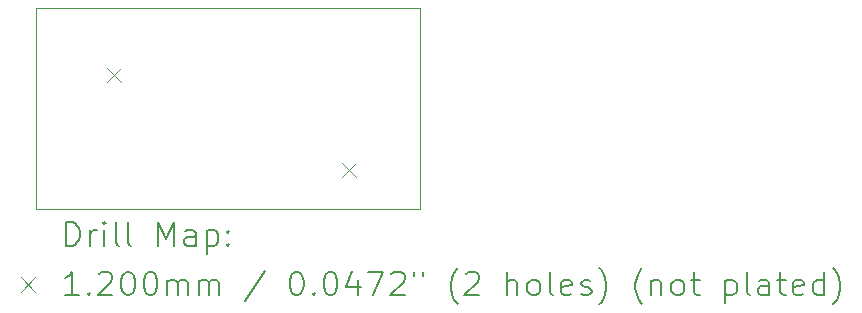
<source format=gbr>
%TF.GenerationSoftware,KiCad,Pcbnew,9.0.4*%
%TF.CreationDate,2025-12-18T17:29:58-05:00*%
%TF.ProjectId,TC_kent,54435f6b-656e-4742-9e6b-696361645f70,rev?*%
%TF.SameCoordinates,Original*%
%TF.FileFunction,Drillmap*%
%TF.FilePolarity,Positive*%
%FSLAX45Y45*%
G04 Gerber Fmt 4.5, Leading zero omitted, Abs format (unit mm)*
G04 Created by KiCad (PCBNEW 9.0.4) date 2025-12-18 17:29:58*
%MOMM*%
%LPD*%
G01*
G04 APERTURE LIST*
%ADD10C,0.050000*%
%ADD11C,0.200000*%
%ADD12C,0.120000*%
G04 APERTURE END LIST*
D10*
X11850000Y-7650000D02*
X15100000Y-7650000D01*
X15100000Y-9350000D01*
X11850000Y-9350000D01*
X11850000Y-7650000D01*
D11*
D12*
X12450000Y-8160000D02*
X12570000Y-8280000D01*
X12570000Y-8160000D02*
X12450000Y-8280000D01*
X14440000Y-8960000D02*
X14560000Y-9080000D01*
X14560000Y-8960000D02*
X14440000Y-9080000D01*
D11*
X12108277Y-9663984D02*
X12108277Y-9463984D01*
X12108277Y-9463984D02*
X12155896Y-9463984D01*
X12155896Y-9463984D02*
X12184467Y-9473508D01*
X12184467Y-9473508D02*
X12203515Y-9492555D01*
X12203515Y-9492555D02*
X12213039Y-9511603D01*
X12213039Y-9511603D02*
X12222562Y-9549698D01*
X12222562Y-9549698D02*
X12222562Y-9578270D01*
X12222562Y-9578270D02*
X12213039Y-9616365D01*
X12213039Y-9616365D02*
X12203515Y-9635412D01*
X12203515Y-9635412D02*
X12184467Y-9654460D01*
X12184467Y-9654460D02*
X12155896Y-9663984D01*
X12155896Y-9663984D02*
X12108277Y-9663984D01*
X12308277Y-9663984D02*
X12308277Y-9530650D01*
X12308277Y-9568746D02*
X12317801Y-9549698D01*
X12317801Y-9549698D02*
X12327324Y-9540174D01*
X12327324Y-9540174D02*
X12346372Y-9530650D01*
X12346372Y-9530650D02*
X12365420Y-9530650D01*
X12432086Y-9663984D02*
X12432086Y-9530650D01*
X12432086Y-9463984D02*
X12422562Y-9473508D01*
X12422562Y-9473508D02*
X12432086Y-9483031D01*
X12432086Y-9483031D02*
X12441610Y-9473508D01*
X12441610Y-9473508D02*
X12432086Y-9463984D01*
X12432086Y-9463984D02*
X12432086Y-9483031D01*
X12555896Y-9663984D02*
X12536848Y-9654460D01*
X12536848Y-9654460D02*
X12527324Y-9635412D01*
X12527324Y-9635412D02*
X12527324Y-9463984D01*
X12660658Y-9663984D02*
X12641610Y-9654460D01*
X12641610Y-9654460D02*
X12632086Y-9635412D01*
X12632086Y-9635412D02*
X12632086Y-9463984D01*
X12889229Y-9663984D02*
X12889229Y-9463984D01*
X12889229Y-9463984D02*
X12955896Y-9606841D01*
X12955896Y-9606841D02*
X13022562Y-9463984D01*
X13022562Y-9463984D02*
X13022562Y-9663984D01*
X13203515Y-9663984D02*
X13203515Y-9559222D01*
X13203515Y-9559222D02*
X13193991Y-9540174D01*
X13193991Y-9540174D02*
X13174943Y-9530650D01*
X13174943Y-9530650D02*
X13136848Y-9530650D01*
X13136848Y-9530650D02*
X13117801Y-9540174D01*
X13203515Y-9654460D02*
X13184467Y-9663984D01*
X13184467Y-9663984D02*
X13136848Y-9663984D01*
X13136848Y-9663984D02*
X13117801Y-9654460D01*
X13117801Y-9654460D02*
X13108277Y-9635412D01*
X13108277Y-9635412D02*
X13108277Y-9616365D01*
X13108277Y-9616365D02*
X13117801Y-9597317D01*
X13117801Y-9597317D02*
X13136848Y-9587793D01*
X13136848Y-9587793D02*
X13184467Y-9587793D01*
X13184467Y-9587793D02*
X13203515Y-9578270D01*
X13298753Y-9530650D02*
X13298753Y-9730650D01*
X13298753Y-9540174D02*
X13317801Y-9530650D01*
X13317801Y-9530650D02*
X13355896Y-9530650D01*
X13355896Y-9530650D02*
X13374943Y-9540174D01*
X13374943Y-9540174D02*
X13384467Y-9549698D01*
X13384467Y-9549698D02*
X13393991Y-9568746D01*
X13393991Y-9568746D02*
X13393991Y-9625889D01*
X13393991Y-9625889D02*
X13384467Y-9644936D01*
X13384467Y-9644936D02*
X13374943Y-9654460D01*
X13374943Y-9654460D02*
X13355896Y-9663984D01*
X13355896Y-9663984D02*
X13317801Y-9663984D01*
X13317801Y-9663984D02*
X13298753Y-9654460D01*
X13479705Y-9644936D02*
X13489229Y-9654460D01*
X13489229Y-9654460D02*
X13479705Y-9663984D01*
X13479705Y-9663984D02*
X13470182Y-9654460D01*
X13470182Y-9654460D02*
X13479705Y-9644936D01*
X13479705Y-9644936D02*
X13479705Y-9663984D01*
X13479705Y-9540174D02*
X13489229Y-9549698D01*
X13489229Y-9549698D02*
X13479705Y-9559222D01*
X13479705Y-9559222D02*
X13470182Y-9549698D01*
X13470182Y-9549698D02*
X13479705Y-9540174D01*
X13479705Y-9540174D02*
X13479705Y-9559222D01*
D12*
X11727500Y-9932500D02*
X11847500Y-10052500D01*
X11847500Y-9932500D02*
X11727500Y-10052500D01*
D11*
X12213039Y-10083984D02*
X12098753Y-10083984D01*
X12155896Y-10083984D02*
X12155896Y-9883984D01*
X12155896Y-9883984D02*
X12136848Y-9912555D01*
X12136848Y-9912555D02*
X12117801Y-9931603D01*
X12117801Y-9931603D02*
X12098753Y-9941127D01*
X12298753Y-10064936D02*
X12308277Y-10074460D01*
X12308277Y-10074460D02*
X12298753Y-10083984D01*
X12298753Y-10083984D02*
X12289229Y-10074460D01*
X12289229Y-10074460D02*
X12298753Y-10064936D01*
X12298753Y-10064936D02*
X12298753Y-10083984D01*
X12384467Y-9903031D02*
X12393991Y-9893508D01*
X12393991Y-9893508D02*
X12413039Y-9883984D01*
X12413039Y-9883984D02*
X12460658Y-9883984D01*
X12460658Y-9883984D02*
X12479705Y-9893508D01*
X12479705Y-9893508D02*
X12489229Y-9903031D01*
X12489229Y-9903031D02*
X12498753Y-9922079D01*
X12498753Y-9922079D02*
X12498753Y-9941127D01*
X12498753Y-9941127D02*
X12489229Y-9969698D01*
X12489229Y-9969698D02*
X12374943Y-10083984D01*
X12374943Y-10083984D02*
X12498753Y-10083984D01*
X12622562Y-9883984D02*
X12641610Y-9883984D01*
X12641610Y-9883984D02*
X12660658Y-9893508D01*
X12660658Y-9893508D02*
X12670182Y-9903031D01*
X12670182Y-9903031D02*
X12679705Y-9922079D01*
X12679705Y-9922079D02*
X12689229Y-9960174D01*
X12689229Y-9960174D02*
X12689229Y-10007793D01*
X12689229Y-10007793D02*
X12679705Y-10045889D01*
X12679705Y-10045889D02*
X12670182Y-10064936D01*
X12670182Y-10064936D02*
X12660658Y-10074460D01*
X12660658Y-10074460D02*
X12641610Y-10083984D01*
X12641610Y-10083984D02*
X12622562Y-10083984D01*
X12622562Y-10083984D02*
X12603515Y-10074460D01*
X12603515Y-10074460D02*
X12593991Y-10064936D01*
X12593991Y-10064936D02*
X12584467Y-10045889D01*
X12584467Y-10045889D02*
X12574943Y-10007793D01*
X12574943Y-10007793D02*
X12574943Y-9960174D01*
X12574943Y-9960174D02*
X12584467Y-9922079D01*
X12584467Y-9922079D02*
X12593991Y-9903031D01*
X12593991Y-9903031D02*
X12603515Y-9893508D01*
X12603515Y-9893508D02*
X12622562Y-9883984D01*
X12813039Y-9883984D02*
X12832086Y-9883984D01*
X12832086Y-9883984D02*
X12851134Y-9893508D01*
X12851134Y-9893508D02*
X12860658Y-9903031D01*
X12860658Y-9903031D02*
X12870182Y-9922079D01*
X12870182Y-9922079D02*
X12879705Y-9960174D01*
X12879705Y-9960174D02*
X12879705Y-10007793D01*
X12879705Y-10007793D02*
X12870182Y-10045889D01*
X12870182Y-10045889D02*
X12860658Y-10064936D01*
X12860658Y-10064936D02*
X12851134Y-10074460D01*
X12851134Y-10074460D02*
X12832086Y-10083984D01*
X12832086Y-10083984D02*
X12813039Y-10083984D01*
X12813039Y-10083984D02*
X12793991Y-10074460D01*
X12793991Y-10074460D02*
X12784467Y-10064936D01*
X12784467Y-10064936D02*
X12774943Y-10045889D01*
X12774943Y-10045889D02*
X12765420Y-10007793D01*
X12765420Y-10007793D02*
X12765420Y-9960174D01*
X12765420Y-9960174D02*
X12774943Y-9922079D01*
X12774943Y-9922079D02*
X12784467Y-9903031D01*
X12784467Y-9903031D02*
X12793991Y-9893508D01*
X12793991Y-9893508D02*
X12813039Y-9883984D01*
X12965420Y-10083984D02*
X12965420Y-9950650D01*
X12965420Y-9969698D02*
X12974943Y-9960174D01*
X12974943Y-9960174D02*
X12993991Y-9950650D01*
X12993991Y-9950650D02*
X13022563Y-9950650D01*
X13022563Y-9950650D02*
X13041610Y-9960174D01*
X13041610Y-9960174D02*
X13051134Y-9979222D01*
X13051134Y-9979222D02*
X13051134Y-10083984D01*
X13051134Y-9979222D02*
X13060658Y-9960174D01*
X13060658Y-9960174D02*
X13079705Y-9950650D01*
X13079705Y-9950650D02*
X13108277Y-9950650D01*
X13108277Y-9950650D02*
X13127324Y-9960174D01*
X13127324Y-9960174D02*
X13136848Y-9979222D01*
X13136848Y-9979222D02*
X13136848Y-10083984D01*
X13232086Y-10083984D02*
X13232086Y-9950650D01*
X13232086Y-9969698D02*
X13241610Y-9960174D01*
X13241610Y-9960174D02*
X13260658Y-9950650D01*
X13260658Y-9950650D02*
X13289229Y-9950650D01*
X13289229Y-9950650D02*
X13308277Y-9960174D01*
X13308277Y-9960174D02*
X13317801Y-9979222D01*
X13317801Y-9979222D02*
X13317801Y-10083984D01*
X13317801Y-9979222D02*
X13327324Y-9960174D01*
X13327324Y-9960174D02*
X13346372Y-9950650D01*
X13346372Y-9950650D02*
X13374943Y-9950650D01*
X13374943Y-9950650D02*
X13393991Y-9960174D01*
X13393991Y-9960174D02*
X13403515Y-9979222D01*
X13403515Y-9979222D02*
X13403515Y-10083984D01*
X13793991Y-9874460D02*
X13622563Y-10131603D01*
X14051134Y-9883984D02*
X14070182Y-9883984D01*
X14070182Y-9883984D02*
X14089229Y-9893508D01*
X14089229Y-9893508D02*
X14098753Y-9903031D01*
X14098753Y-9903031D02*
X14108277Y-9922079D01*
X14108277Y-9922079D02*
X14117801Y-9960174D01*
X14117801Y-9960174D02*
X14117801Y-10007793D01*
X14117801Y-10007793D02*
X14108277Y-10045889D01*
X14108277Y-10045889D02*
X14098753Y-10064936D01*
X14098753Y-10064936D02*
X14089229Y-10074460D01*
X14089229Y-10074460D02*
X14070182Y-10083984D01*
X14070182Y-10083984D02*
X14051134Y-10083984D01*
X14051134Y-10083984D02*
X14032086Y-10074460D01*
X14032086Y-10074460D02*
X14022563Y-10064936D01*
X14022563Y-10064936D02*
X14013039Y-10045889D01*
X14013039Y-10045889D02*
X14003515Y-10007793D01*
X14003515Y-10007793D02*
X14003515Y-9960174D01*
X14003515Y-9960174D02*
X14013039Y-9922079D01*
X14013039Y-9922079D02*
X14022563Y-9903031D01*
X14022563Y-9903031D02*
X14032086Y-9893508D01*
X14032086Y-9893508D02*
X14051134Y-9883984D01*
X14203515Y-10064936D02*
X14213039Y-10074460D01*
X14213039Y-10074460D02*
X14203515Y-10083984D01*
X14203515Y-10083984D02*
X14193991Y-10074460D01*
X14193991Y-10074460D02*
X14203515Y-10064936D01*
X14203515Y-10064936D02*
X14203515Y-10083984D01*
X14336848Y-9883984D02*
X14355896Y-9883984D01*
X14355896Y-9883984D02*
X14374944Y-9893508D01*
X14374944Y-9893508D02*
X14384467Y-9903031D01*
X14384467Y-9903031D02*
X14393991Y-9922079D01*
X14393991Y-9922079D02*
X14403515Y-9960174D01*
X14403515Y-9960174D02*
X14403515Y-10007793D01*
X14403515Y-10007793D02*
X14393991Y-10045889D01*
X14393991Y-10045889D02*
X14384467Y-10064936D01*
X14384467Y-10064936D02*
X14374944Y-10074460D01*
X14374944Y-10074460D02*
X14355896Y-10083984D01*
X14355896Y-10083984D02*
X14336848Y-10083984D01*
X14336848Y-10083984D02*
X14317801Y-10074460D01*
X14317801Y-10074460D02*
X14308277Y-10064936D01*
X14308277Y-10064936D02*
X14298753Y-10045889D01*
X14298753Y-10045889D02*
X14289229Y-10007793D01*
X14289229Y-10007793D02*
X14289229Y-9960174D01*
X14289229Y-9960174D02*
X14298753Y-9922079D01*
X14298753Y-9922079D02*
X14308277Y-9903031D01*
X14308277Y-9903031D02*
X14317801Y-9893508D01*
X14317801Y-9893508D02*
X14336848Y-9883984D01*
X14574944Y-9950650D02*
X14574944Y-10083984D01*
X14527325Y-9874460D02*
X14479706Y-10017317D01*
X14479706Y-10017317D02*
X14603515Y-10017317D01*
X14660658Y-9883984D02*
X14793991Y-9883984D01*
X14793991Y-9883984D02*
X14708277Y-10083984D01*
X14860658Y-9903031D02*
X14870182Y-9893508D01*
X14870182Y-9893508D02*
X14889229Y-9883984D01*
X14889229Y-9883984D02*
X14936848Y-9883984D01*
X14936848Y-9883984D02*
X14955896Y-9893508D01*
X14955896Y-9893508D02*
X14965420Y-9903031D01*
X14965420Y-9903031D02*
X14974944Y-9922079D01*
X14974944Y-9922079D02*
X14974944Y-9941127D01*
X14974944Y-9941127D02*
X14965420Y-9969698D01*
X14965420Y-9969698D02*
X14851134Y-10083984D01*
X14851134Y-10083984D02*
X14974944Y-10083984D01*
X15051134Y-9883984D02*
X15051134Y-9922079D01*
X15127325Y-9883984D02*
X15127325Y-9922079D01*
X15422563Y-10160174D02*
X15413039Y-10150650D01*
X15413039Y-10150650D02*
X15393991Y-10122079D01*
X15393991Y-10122079D02*
X15384468Y-10103031D01*
X15384468Y-10103031D02*
X15374944Y-10074460D01*
X15374944Y-10074460D02*
X15365420Y-10026841D01*
X15365420Y-10026841D02*
X15365420Y-9988746D01*
X15365420Y-9988746D02*
X15374944Y-9941127D01*
X15374944Y-9941127D02*
X15384468Y-9912555D01*
X15384468Y-9912555D02*
X15393991Y-9893508D01*
X15393991Y-9893508D02*
X15413039Y-9864936D01*
X15413039Y-9864936D02*
X15422563Y-9855412D01*
X15489229Y-9903031D02*
X15498753Y-9893508D01*
X15498753Y-9893508D02*
X15517801Y-9883984D01*
X15517801Y-9883984D02*
X15565420Y-9883984D01*
X15565420Y-9883984D02*
X15584468Y-9893508D01*
X15584468Y-9893508D02*
X15593991Y-9903031D01*
X15593991Y-9903031D02*
X15603515Y-9922079D01*
X15603515Y-9922079D02*
X15603515Y-9941127D01*
X15603515Y-9941127D02*
X15593991Y-9969698D01*
X15593991Y-9969698D02*
X15479706Y-10083984D01*
X15479706Y-10083984D02*
X15603515Y-10083984D01*
X15841610Y-10083984D02*
X15841610Y-9883984D01*
X15927325Y-10083984D02*
X15927325Y-9979222D01*
X15927325Y-9979222D02*
X15917801Y-9960174D01*
X15917801Y-9960174D02*
X15898753Y-9950650D01*
X15898753Y-9950650D02*
X15870182Y-9950650D01*
X15870182Y-9950650D02*
X15851134Y-9960174D01*
X15851134Y-9960174D02*
X15841610Y-9969698D01*
X16051134Y-10083984D02*
X16032087Y-10074460D01*
X16032087Y-10074460D02*
X16022563Y-10064936D01*
X16022563Y-10064936D02*
X16013039Y-10045889D01*
X16013039Y-10045889D02*
X16013039Y-9988746D01*
X16013039Y-9988746D02*
X16022563Y-9969698D01*
X16022563Y-9969698D02*
X16032087Y-9960174D01*
X16032087Y-9960174D02*
X16051134Y-9950650D01*
X16051134Y-9950650D02*
X16079706Y-9950650D01*
X16079706Y-9950650D02*
X16098753Y-9960174D01*
X16098753Y-9960174D02*
X16108277Y-9969698D01*
X16108277Y-9969698D02*
X16117801Y-9988746D01*
X16117801Y-9988746D02*
X16117801Y-10045889D01*
X16117801Y-10045889D02*
X16108277Y-10064936D01*
X16108277Y-10064936D02*
X16098753Y-10074460D01*
X16098753Y-10074460D02*
X16079706Y-10083984D01*
X16079706Y-10083984D02*
X16051134Y-10083984D01*
X16232087Y-10083984D02*
X16213039Y-10074460D01*
X16213039Y-10074460D02*
X16203515Y-10055412D01*
X16203515Y-10055412D02*
X16203515Y-9883984D01*
X16384468Y-10074460D02*
X16365420Y-10083984D01*
X16365420Y-10083984D02*
X16327325Y-10083984D01*
X16327325Y-10083984D02*
X16308277Y-10074460D01*
X16308277Y-10074460D02*
X16298753Y-10055412D01*
X16298753Y-10055412D02*
X16298753Y-9979222D01*
X16298753Y-9979222D02*
X16308277Y-9960174D01*
X16308277Y-9960174D02*
X16327325Y-9950650D01*
X16327325Y-9950650D02*
X16365420Y-9950650D01*
X16365420Y-9950650D02*
X16384468Y-9960174D01*
X16384468Y-9960174D02*
X16393991Y-9979222D01*
X16393991Y-9979222D02*
X16393991Y-9998270D01*
X16393991Y-9998270D02*
X16298753Y-10017317D01*
X16470182Y-10074460D02*
X16489230Y-10083984D01*
X16489230Y-10083984D02*
X16527325Y-10083984D01*
X16527325Y-10083984D02*
X16546372Y-10074460D01*
X16546372Y-10074460D02*
X16555896Y-10055412D01*
X16555896Y-10055412D02*
X16555896Y-10045889D01*
X16555896Y-10045889D02*
X16546372Y-10026841D01*
X16546372Y-10026841D02*
X16527325Y-10017317D01*
X16527325Y-10017317D02*
X16498753Y-10017317D01*
X16498753Y-10017317D02*
X16479706Y-10007793D01*
X16479706Y-10007793D02*
X16470182Y-9988746D01*
X16470182Y-9988746D02*
X16470182Y-9979222D01*
X16470182Y-9979222D02*
X16479706Y-9960174D01*
X16479706Y-9960174D02*
X16498753Y-9950650D01*
X16498753Y-9950650D02*
X16527325Y-9950650D01*
X16527325Y-9950650D02*
X16546372Y-9960174D01*
X16622563Y-10160174D02*
X16632087Y-10150650D01*
X16632087Y-10150650D02*
X16651134Y-10122079D01*
X16651134Y-10122079D02*
X16660658Y-10103031D01*
X16660658Y-10103031D02*
X16670182Y-10074460D01*
X16670182Y-10074460D02*
X16679706Y-10026841D01*
X16679706Y-10026841D02*
X16679706Y-9988746D01*
X16679706Y-9988746D02*
X16670182Y-9941127D01*
X16670182Y-9941127D02*
X16660658Y-9912555D01*
X16660658Y-9912555D02*
X16651134Y-9893508D01*
X16651134Y-9893508D02*
X16632087Y-9864936D01*
X16632087Y-9864936D02*
X16622563Y-9855412D01*
X16984468Y-10160174D02*
X16974944Y-10150650D01*
X16974944Y-10150650D02*
X16955896Y-10122079D01*
X16955896Y-10122079D02*
X16946373Y-10103031D01*
X16946373Y-10103031D02*
X16936849Y-10074460D01*
X16936849Y-10074460D02*
X16927325Y-10026841D01*
X16927325Y-10026841D02*
X16927325Y-9988746D01*
X16927325Y-9988746D02*
X16936849Y-9941127D01*
X16936849Y-9941127D02*
X16946373Y-9912555D01*
X16946373Y-9912555D02*
X16955896Y-9893508D01*
X16955896Y-9893508D02*
X16974944Y-9864936D01*
X16974944Y-9864936D02*
X16984468Y-9855412D01*
X17060658Y-9950650D02*
X17060658Y-10083984D01*
X17060658Y-9969698D02*
X17070182Y-9960174D01*
X17070182Y-9960174D02*
X17089230Y-9950650D01*
X17089230Y-9950650D02*
X17117801Y-9950650D01*
X17117801Y-9950650D02*
X17136849Y-9960174D01*
X17136849Y-9960174D02*
X17146373Y-9979222D01*
X17146373Y-9979222D02*
X17146373Y-10083984D01*
X17270182Y-10083984D02*
X17251134Y-10074460D01*
X17251134Y-10074460D02*
X17241611Y-10064936D01*
X17241611Y-10064936D02*
X17232087Y-10045889D01*
X17232087Y-10045889D02*
X17232087Y-9988746D01*
X17232087Y-9988746D02*
X17241611Y-9969698D01*
X17241611Y-9969698D02*
X17251134Y-9960174D01*
X17251134Y-9960174D02*
X17270182Y-9950650D01*
X17270182Y-9950650D02*
X17298754Y-9950650D01*
X17298754Y-9950650D02*
X17317801Y-9960174D01*
X17317801Y-9960174D02*
X17327325Y-9969698D01*
X17327325Y-9969698D02*
X17336849Y-9988746D01*
X17336849Y-9988746D02*
X17336849Y-10045889D01*
X17336849Y-10045889D02*
X17327325Y-10064936D01*
X17327325Y-10064936D02*
X17317801Y-10074460D01*
X17317801Y-10074460D02*
X17298754Y-10083984D01*
X17298754Y-10083984D02*
X17270182Y-10083984D01*
X17393992Y-9950650D02*
X17470182Y-9950650D01*
X17422563Y-9883984D02*
X17422563Y-10055412D01*
X17422563Y-10055412D02*
X17432087Y-10074460D01*
X17432087Y-10074460D02*
X17451134Y-10083984D01*
X17451134Y-10083984D02*
X17470182Y-10083984D01*
X17689230Y-9950650D02*
X17689230Y-10150650D01*
X17689230Y-9960174D02*
X17708277Y-9950650D01*
X17708277Y-9950650D02*
X17746373Y-9950650D01*
X17746373Y-9950650D02*
X17765420Y-9960174D01*
X17765420Y-9960174D02*
X17774944Y-9969698D01*
X17774944Y-9969698D02*
X17784468Y-9988746D01*
X17784468Y-9988746D02*
X17784468Y-10045889D01*
X17784468Y-10045889D02*
X17774944Y-10064936D01*
X17774944Y-10064936D02*
X17765420Y-10074460D01*
X17765420Y-10074460D02*
X17746373Y-10083984D01*
X17746373Y-10083984D02*
X17708277Y-10083984D01*
X17708277Y-10083984D02*
X17689230Y-10074460D01*
X17898754Y-10083984D02*
X17879706Y-10074460D01*
X17879706Y-10074460D02*
X17870182Y-10055412D01*
X17870182Y-10055412D02*
X17870182Y-9883984D01*
X18060658Y-10083984D02*
X18060658Y-9979222D01*
X18060658Y-9979222D02*
X18051135Y-9960174D01*
X18051135Y-9960174D02*
X18032087Y-9950650D01*
X18032087Y-9950650D02*
X17993992Y-9950650D01*
X17993992Y-9950650D02*
X17974944Y-9960174D01*
X18060658Y-10074460D02*
X18041611Y-10083984D01*
X18041611Y-10083984D02*
X17993992Y-10083984D01*
X17993992Y-10083984D02*
X17974944Y-10074460D01*
X17974944Y-10074460D02*
X17965420Y-10055412D01*
X17965420Y-10055412D02*
X17965420Y-10036365D01*
X17965420Y-10036365D02*
X17974944Y-10017317D01*
X17974944Y-10017317D02*
X17993992Y-10007793D01*
X17993992Y-10007793D02*
X18041611Y-10007793D01*
X18041611Y-10007793D02*
X18060658Y-9998270D01*
X18127325Y-9950650D02*
X18203515Y-9950650D01*
X18155896Y-9883984D02*
X18155896Y-10055412D01*
X18155896Y-10055412D02*
X18165420Y-10074460D01*
X18165420Y-10074460D02*
X18184468Y-10083984D01*
X18184468Y-10083984D02*
X18203515Y-10083984D01*
X18346373Y-10074460D02*
X18327325Y-10083984D01*
X18327325Y-10083984D02*
X18289230Y-10083984D01*
X18289230Y-10083984D02*
X18270182Y-10074460D01*
X18270182Y-10074460D02*
X18260658Y-10055412D01*
X18260658Y-10055412D02*
X18260658Y-9979222D01*
X18260658Y-9979222D02*
X18270182Y-9960174D01*
X18270182Y-9960174D02*
X18289230Y-9950650D01*
X18289230Y-9950650D02*
X18327325Y-9950650D01*
X18327325Y-9950650D02*
X18346373Y-9960174D01*
X18346373Y-9960174D02*
X18355896Y-9979222D01*
X18355896Y-9979222D02*
X18355896Y-9998270D01*
X18355896Y-9998270D02*
X18260658Y-10017317D01*
X18527325Y-10083984D02*
X18527325Y-9883984D01*
X18527325Y-10074460D02*
X18508277Y-10083984D01*
X18508277Y-10083984D02*
X18470182Y-10083984D01*
X18470182Y-10083984D02*
X18451135Y-10074460D01*
X18451135Y-10074460D02*
X18441611Y-10064936D01*
X18441611Y-10064936D02*
X18432087Y-10045889D01*
X18432087Y-10045889D02*
X18432087Y-9988746D01*
X18432087Y-9988746D02*
X18441611Y-9969698D01*
X18441611Y-9969698D02*
X18451135Y-9960174D01*
X18451135Y-9960174D02*
X18470182Y-9950650D01*
X18470182Y-9950650D02*
X18508277Y-9950650D01*
X18508277Y-9950650D02*
X18527325Y-9960174D01*
X18603516Y-10160174D02*
X18613039Y-10150650D01*
X18613039Y-10150650D02*
X18632087Y-10122079D01*
X18632087Y-10122079D02*
X18641611Y-10103031D01*
X18641611Y-10103031D02*
X18651135Y-10074460D01*
X18651135Y-10074460D02*
X18660658Y-10026841D01*
X18660658Y-10026841D02*
X18660658Y-9988746D01*
X18660658Y-9988746D02*
X18651135Y-9941127D01*
X18651135Y-9941127D02*
X18641611Y-9912555D01*
X18641611Y-9912555D02*
X18632087Y-9893508D01*
X18632087Y-9893508D02*
X18613039Y-9864936D01*
X18613039Y-9864936D02*
X18603516Y-9855412D01*
M02*

</source>
